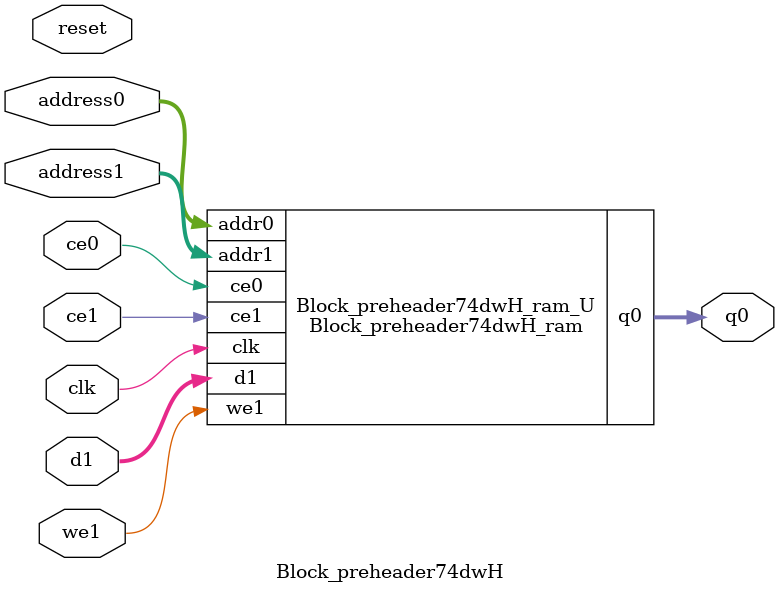
<source format=v>
`timescale 1 ns / 1 ps
module Block_preheader74dwH_ram (addr0, ce0, q0, addr1, ce1, d1, we1,  clk);

parameter DWIDTH = 5;
parameter AWIDTH = 11;
parameter MEM_SIZE = 1408;

input[AWIDTH-1:0] addr0;
input ce0;
output reg[DWIDTH-1:0] q0;
input[AWIDTH-1:0] addr1;
input ce1;
input[DWIDTH-1:0] d1;
input we1;
input clk;

(* ram_style = "block" *)reg [DWIDTH-1:0] ram[0:MEM_SIZE-1];




always @(posedge clk)  
begin 
    if (ce0) begin
        q0 <= ram[addr0];
    end
end


always @(posedge clk)  
begin 
    if (ce1) begin
        if (we1) 
            ram[addr1] <= d1; 
    end
end


endmodule

`timescale 1 ns / 1 ps
module Block_preheader74dwH(
    reset,
    clk,
    address0,
    ce0,
    q0,
    address1,
    ce1,
    we1,
    d1);

parameter DataWidth = 32'd5;
parameter AddressRange = 32'd1408;
parameter AddressWidth = 32'd11;
input reset;
input clk;
input[AddressWidth - 1:0] address0;
input ce0;
output[DataWidth - 1:0] q0;
input[AddressWidth - 1:0] address1;
input ce1;
input we1;
input[DataWidth - 1:0] d1;



Block_preheader74dwH_ram Block_preheader74dwH_ram_U(
    .clk( clk ),
    .addr0( address0 ),
    .ce0( ce0 ),
    .q0( q0 ),
    .addr1( address1 ),
    .ce1( ce1 ),
    .we1( we1 ),
    .d1( d1 ));

endmodule


</source>
